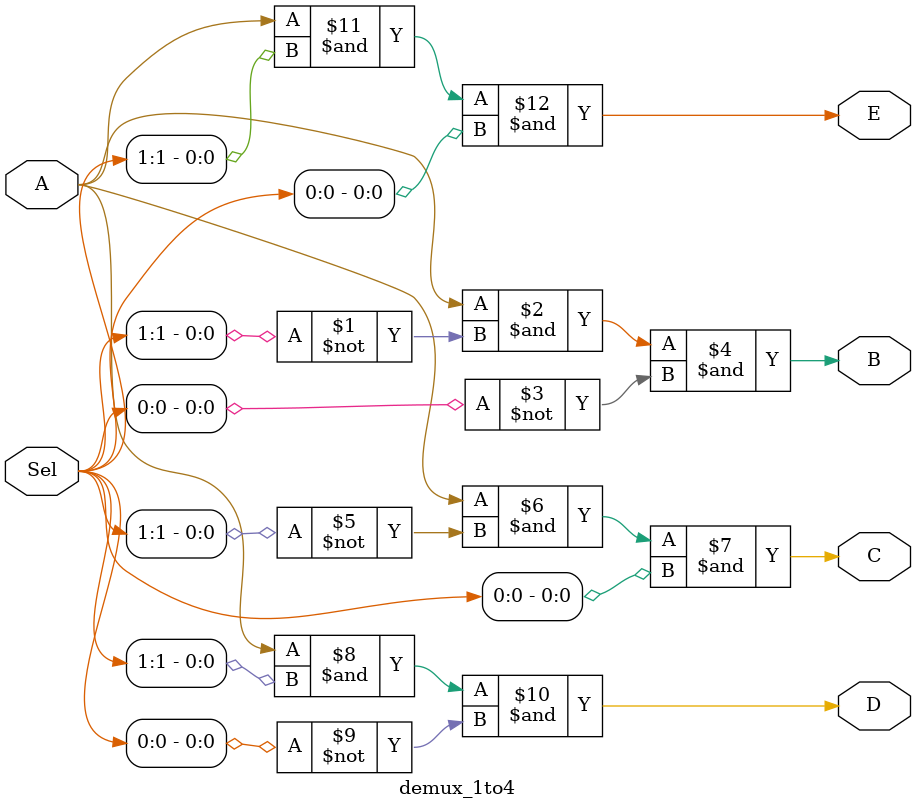
<source format=v>
module demux_1to4 (
    output wire B,C,D,E,
    input wire A,
    input wire [1:0] Sel
);

    assign B = (A & ~Sel[1] &  ~Sel[0]);
    assign C = (A & ~Sel[1] & Sel[0]);
    assign D = (A & Sel[1] & ~Sel[0]);
    assign E = (A & Sel[1] & Sel[0]);
    
endmodule
</source>
